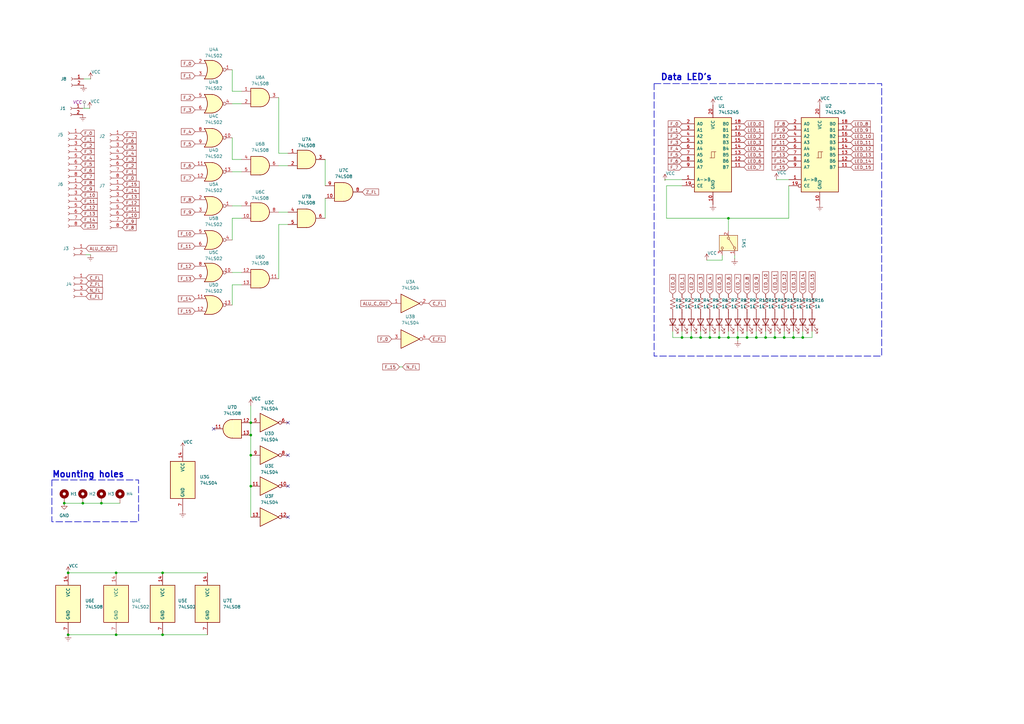
<source format=kicad_sch>
(kicad_sch (version 20231120) (generator "eeschema") (generator_version "8.0")
  (paper "A3")
  (junction (at 317.8175 138.43))
  (junction (at 329.2475 138.43))
  (junction (at 27.94 260.35))
  (junction (at 33.9725 206.375))
  (junction (at 314.0075 138.43))
  (junction (at 298.7675 89.535))
  (junction (at 310.1975 138.43))
  (junction (at 102.87 178.435))
  (junction (at 298.7675 138.43))
  (junction (at 306.3875 138.43))
  (junction (at 41.5925 206.375))
  (junction (at 302.5775 138.43))
  (junction (at 283.5275 138.43))
  (junction (at 102.87 199.39))
  (junction (at 47.625 234.95))
  (junction (at 47.625 260.35))
  (junction (at 321.6275 138.43))
  (junction (at 66.675 260.35))
  (junction (at 291.1475 138.43))
  (junction (at 287.3375 138.43))
  (junction (at 279.7175 138.43))
  (junction (at 66.675 234.95))
  (junction (at 325.4375 138.43))
  (junction (at 102.87 186.69))
  (junction (at 294.9575 138.43))
  (junction (at 27.94 234.95))
  (junction (at 102.87 173.355))
  (junction (at 26.3525 206.375))
  (no_connect (at 118.11 173.355))
  (no_connect (at 87.63 175.895))
  (no_connect (at 118.11 199.39))
  (no_connect (at 118.11 186.69))
  (no_connect (at 118.11 212.09))
  (wire (pts (xy 302.5775 139.7) (xy 302.5775 138.43)))
  (wire (pts (xy 310.1975 138.43) (xy 310.1975 135.89)))
  (wire (pts (xy 310.1975 138.43) (xy 314.0075 138.43)))
  (wire (pts (xy 114.3 92.075) (xy 114.3 114.3)))
  (wire (pts (xy 296.2275 104.775) (xy 296.2275 106.68)))
  (wire (pts (xy 99.06 116.84) (xy 95.25 116.84)))
  (wire (pts (xy 283.5275 138.43) (xy 283.5275 135.89)))
  (wire (pts (xy 279.7175 138.43) (xy 283.5275 138.43)))
  (wire (pts (xy 118.11 92.075) (xy 114.3 92.075)))
  (wire (pts (xy 329.2475 138.43) (xy 329.2475 135.89)))
  (wire (pts (xy 294.9575 138.43) (xy 298.7675 138.43)))
  (wire (pts (xy 275.9075 138.43) (xy 275.9075 135.89)))
  (wire (pts (xy 321.6275 138.43) (xy 325.4375 138.43)))
  (wire (pts (xy 102.87 173.355) (xy 102.87 178.435)))
  (wire (pts (xy 95.25 65.405) (xy 95.25 56.515)))
  (wire (pts (xy 291.1475 138.43) (xy 291.1475 135.89)))
  (wire (pts (xy 95.25 37.465) (xy 95.25 28.575)))
  (wire (pts (xy 306.3875 138.43) (xy 310.1975 138.43)))
  (wire (pts (xy 95.25 42.545) (xy 99.06 42.545)))
  (wire (pts (xy 66.675 234.95) (xy 85.09 234.95)))
  (wire (pts (xy 27.94 234.95) (xy 47.625 234.95)))
  (wire (pts (xy 118.11 67.945) (xy 114.3 67.945)))
  (wire (pts (xy 298.7675 138.43) (xy 302.5775 138.43)))
  (wire (pts (xy 95.25 116.84) (xy 95.25 125.095)))
  (wire (pts (xy 41.5925 206.375) (xy 49.2125 206.375)))
  (wire (pts (xy 287.3375 138.43) (xy 287.3375 135.89)))
  (wire (pts (xy 272.7325 73.66) (xy 279.7175 73.66)))
  (wire (pts (xy 333.0575 138.43) (xy 333.0575 135.89)))
  (wire (pts (xy 329.2475 138.43) (xy 333.0575 138.43)))
  (wire (pts (xy 306.3875 138.43) (xy 306.3875 135.89)))
  (wire (pts (xy 291.1475 138.43) (xy 294.9575 138.43)))
  (wire (pts (xy 47.625 260.35) (xy 66.675 260.35)))
  (wire (pts (xy 95.25 89.535) (xy 95.25 98.425)))
  (wire (pts (xy 314.0075 138.43) (xy 317.8175 138.43)))
  (wire (pts (xy 99.06 89.535) (xy 95.25 89.535)))
  (wire (pts (xy 27.94 260.35) (xy 47.625 260.35)))
  (wire (pts (xy 133.35 81.28) (xy 133.35 89.535)))
  (wire (pts (xy 95.25 70.485) (xy 99.06 70.485)))
  (wire (pts (xy 298.7675 89.535) (xy 298.7675 94.615)))
  (wire (pts (xy 26.3525 206.375) (xy 33.9725 206.375)))
  (wire (pts (xy 37.1475 32.385) (xy 34.29 32.385)))
  (wire (pts (xy 287.3375 138.43) (xy 291.1475 138.43)))
  (wire (pts (xy 321.6275 138.43) (xy 321.6275 135.89)))
  (wire (pts (xy 95.25 84.455) (xy 99.06 84.455)))
  (wire (pts (xy 273.3675 89.535) (xy 273.3675 76.2)))
  (wire (pts (xy 323.5325 76.2) (xy 323.5325 89.535)))
  (wire (pts (xy 118.11 86.995) (xy 114.3 86.995)))
  (wire (pts (xy 298.7675 89.535) (xy 273.3675 89.535)))
  (wire (pts (xy 289.8775 106.68) (xy 296.2275 106.68)))
  (wire (pts (xy 301.3075 106.045) (xy 301.3075 104.775)))
  (wire (pts (xy 33.9725 206.375) (xy 41.5925 206.375)))
  (wire (pts (xy 317.8175 138.43) (xy 317.8175 135.89)))
  (wire (pts (xy 118.11 62.865) (xy 114.3 62.865)))
  (wire (pts (xy 102.87 178.435) (xy 102.87 186.69)))
  (wire (pts (xy 314.0075 138.43) (xy 314.0075 135.89)))
  (wire (pts (xy 317.8175 138.43) (xy 321.6275 138.43)))
  (wire (pts (xy 294.9575 138.43) (xy 294.9575 135.89)))
  (wire (pts (xy 318.4525 73.66) (xy 323.5325 73.66)))
  (wire (pts (xy 47.625 234.95) (xy 66.675 234.95)))
  (wire (pts (xy 102.87 166.37) (xy 102.87 173.355)))
  (wire (pts (xy 99.06 37.465) (xy 95.25 37.465)))
  (wire (pts (xy 325.4375 138.43) (xy 329.2475 138.43)))
  (wire (pts (xy 35.2425 104.4575) (xy 37.1475 104.4575)))
  (wire (pts (xy 302.5775 138.43) (xy 302.5775 135.89)))
  (wire (pts (xy 102.87 186.69) (xy 102.87 199.39)))
  (wire (pts (xy 273.3675 76.2) (xy 279.7175 76.2)))
  (wire (pts (xy 323.5325 89.535) (xy 298.7675 89.535)))
  (wire (pts (xy 325.4375 138.43) (xy 325.4375 135.89)))
  (wire (pts (xy 102.87 199.39) (xy 102.87 212.09)))
  (wire (pts (xy 298.7675 138.43) (xy 298.7675 135.89)))
  (wire (pts (xy 133.35 65.405) (xy 133.35 76.2)))
  (wire (pts (xy 114.3 62.865) (xy 114.3 40.005)))
  (wire (pts (xy 275.9075 138.43) (xy 279.7175 138.43)))
  (wire (pts (xy 272.7325 73.9775) (xy 272.7325 73.66)))
  (wire (pts (xy 283.5275 138.43) (xy 287.3375 138.43)))
  (wire (pts (xy 95.25 111.76) (xy 99.06 111.76)))
  (wire (pts (xy 165.1 150.495) (xy 163.83 150.495)))
  (wire (pts (xy 279.7175 138.43) (xy 279.7175 135.89)))
  (wire (pts (xy 36.83 44.45) (xy 33.9725 44.45)))
  (wire (pts (xy 302.5775 138.43) (xy 306.3875 138.43)))
  (wire (pts (xy 66.675 260.35) (xy 85.09 260.35)))
  (wire (pts (xy 99.06 65.405) (xy 95.25 65.405)))
  (rectangle (start 268.2875 34.29) (end 361.6325 146.05) (stroke (width 0.254) (type dash)))
  (rectangle (start 21.2725 196.85) (end 56.8325 213.995) (stroke (width 0.254) (type dash)))
  (text "Data LED's\n" (at 270.8275 31.75 0) (effects (font (size 2.54 2.54) (thickness 0.508) (bold yes)) (justify left)))
  (text "Mounting holes" (at 21.2725 194.691 0) (effects (font (size 2.54 2.54) (thickness 0.508) (bold yes)) (justify left)))
  (global_label "F_5" (shape input) (at 279.7175 63.5 180) (property "Intersheetrefs" "${INTERSHEET_REFS}" (effects (hide yes))))
  (global_label "LED_3" (shape input) (at 305.1175 58.42 0) (property "Intersheetrefs" "${INTERSHEET_REFS}" (effects (hide yes))))
  (global_label "LED_14" (shape input) (at 348.9325 66.04 0) (property "Intersheetrefs" "${INTERSHEET_REFS}" (effects (hide yes))))
  (global_label "F_6" (shape input) (at 50.165 57.785 0) (property "Intersheetrefs" "${INTERSHEET_REFS}" (effects (hide yes))))
  (global_label "F_4" (shape input) (at 50.165 62.865 0) (property "Intersheetrefs" "${INTERSHEET_REFS}" (effects (hide yes))))
  (global_label "LED_0" (shape input) (at 305.1175 50.8 0) (property "Intersheetrefs" "${INTERSHEET_REFS}" (effects (hide yes))))
  (global_label "F_3" (shape input) (at 50.165 65.405 0) (property "Intersheetrefs" "${INTERSHEET_REFS}" (effects (hide yes))))
  (global_label "F_2" (shape input) (at 80.01 40.005 180) (property "Intersheetrefs" "${INTERSHEET_REFS}" (effects (hide yes))))
  (global_label "F_7" (shape input) (at 33.02 72.39 0) (property "Intersheetrefs" "${INTERSHEET_REFS}" (effects (hide yes))))
  (global_label "F_10" (shape input) (at 33.02 80.01 0) (property "Intersheetrefs" "${INTERSHEET_REFS}" (effects (hide yes))))
  (global_label "F_8" (shape input) (at 80.01 81.915 180) (property "Intersheetrefs" "${INTERSHEET_REFS}" (effects (hide yes))))
  (global_label "F_4" (shape input) (at 80.01 53.975 180) (property "Intersheetrefs" "${INTERSHEET_REFS}" (effects (hide yes))))
  (global_label "F_0" (shape input) (at 279.7175 50.8 180) (property "Intersheetrefs" "${INTERSHEET_REFS}" (effects (hide yes))))
  (global_label "F_15" (shape input) (at 163.83 150.495 180) (property "Intersheetrefs" "${INTERSHEET_REFS}" (effects (hide yes))))
  (global_label "F_14" (shape input) (at 33.02 90.17 0) (property "Intersheetrefs" "${INTERSHEET_REFS}" (effects (hide yes))))
  (global_label "F_1" (shape input) (at 33.02 57.15 0) (property "Intersheetrefs" "${INTERSHEET_REFS}" (effects (hide yes))))
  (global_label "LED_8" (shape input) (at 348.9325 50.8 0) (property "Intersheetrefs" "${INTERSHEET_REFS}" (effects (hide yes))))
  (global_label "LED_15" (shape input) (at 333.0575 120.65 90) (property "Intersheetrefs" "${INTERSHEET_REFS}" (effects (hide yes))))
  (global_label "LED_6" (shape input) (at 305.1175 66.04 0) (property "Intersheetrefs" "${INTERSHEET_REFS}" (effects (hide yes))))
  (global_label "F_8" (shape input) (at 323.5325 50.8 180) (property "Intersheetrefs" "${INTERSHEET_REFS}" (effects (hide yes))))
  (global_label "F_0" (shape input) (at 50.165 73.025 0) (property "Intersheetrefs" "${INTERSHEET_REFS}" (effects (hide yes))))
  (global_label "LED_5" (shape input) (at 294.9575 120.65 90) (property "Intersheetrefs" "${INTERSHEET_REFS}" (effects (hide yes))))
  (global_label "LED_5" (shape input) (at 305.1175 63.5 0) (property "Intersheetrefs" "${INTERSHEET_REFS}" (effects (hide yes))))
  (global_label "F_6" (shape input) (at 33.02 69.85 0) (property "Intersheetrefs" "${INTERSHEET_REFS}" (effects (hide yes))))
  (global_label "F_11" (shape input) (at 80.01 100.965 180) (property "Intersheetrefs" "${INTERSHEET_REFS}" (effects (hide yes))))
  (global_label "F_4" (shape input) (at 33.02 64.77 0) (property "Intersheetrefs" "${INTERSHEET_REFS}" (effects (hide yes))))
  (global_label "F_14" (shape input) (at 323.5325 66.04 180) (property "Intersheetrefs" "${INTERSHEET_REFS}" (effects (hide yes))))
  (global_label "LED_10" (shape input) (at 348.9325 55.88 0) (property "Intersheetrefs" "${INTERSHEET_REFS}" (effects (hide yes))))
  (global_label "Z_FL" (shape input) (at 148.59 78.74 0) (property "Intersheetrefs" "${INTERSHEET_REFS}" (effects (hide yes))))
  (global_label "Z_FL" (shape input) (at 35.2425 116.5225 0) (property "Intersheetrefs" "${INTERSHEET_REFS}" (effects (hide yes))))
  (global_label "F_10" (shape input) (at 323.5325 55.88 180) (property "Intersheetrefs" "${INTERSHEET_REFS}" (effects (hide yes))))
  (global_label "LED_11" (shape input) (at 317.8175 120.65 90) (property "Intersheetrefs" "${INTERSHEET_REFS}" (effects (hide yes))))
  (global_label "E_FL" (shape input) (at 175.895 139.065 0) (property "Intersheetrefs" "${INTERSHEET_REFS}" (effects (hide yes))))
  (global_label "LED_2" (shape input) (at 283.5275 120.65 90) (property "Intersheetrefs" "${INTERSHEET_REFS}" (effects (hide yes))))
  (global_label "LED_7" (shape input) (at 305.1175 68.58 0) (property "Intersheetrefs" "${INTERSHEET_REFS}" (effects (hide yes))))
  (global_label "F_13" (shape input) (at 33.02 87.63 0) (property "Intersheetrefs" "${INTERSHEET_REFS}" (effects (hide yes))))
  (global_label "LED_0" (shape input) (at 275.9075 120.65 90) (property "Intersheetrefs" "${INTERSHEET_REFS}" (effects (hide yes))))
  (global_label "F_1" (shape input) (at 50.165 70.485 0) (property "Intersheetrefs" "${INTERSHEET_REFS}" (effects (hide yes))))
  (global_label "F_7" (shape input) (at 80.01 73.025 180) (property "Intersheetrefs" "${INTERSHEET_REFS}" (effects (hide yes))))
  (global_label "F_9" (shape input) (at 323.5325 53.34 180) (property "Intersheetrefs" "${INTERSHEET_REFS}" (effects (hide yes))))
  (global_label "F_12" (shape input) (at 50.165 83.185 0) (property "Intersheetrefs" "${INTERSHEET_REFS}" (effects (hide yes))))
  (global_label "LED_13" (shape input) (at 348.9325 63.5 0) (property "Intersheetrefs" "${INTERSHEET_REFS}" (effects (hide yes))))
  (global_label "C_FL" (shape input) (at 35.2425 113.9825 0) (property "Intersheetrefs" "${INTERSHEET_REFS}" (effects (hide yes))))
  (global_label "F_13" (shape input) (at 323.5325 63.5 180) (property "Intersheetrefs" "${INTERSHEET_REFS}" (effects (hide yes))))
  (global_label "F_1" (shape input) (at 279.7175 53.34 180) (property "Intersheetrefs" "${INTERSHEET_REFS}" (effects (hide yes))))
  (global_label "LED_11" (shape input) (at 348.9325 58.42 0) (property "Intersheetrefs" "${INTERSHEET_REFS}" (effects (hide yes))))
  (global_label "F_15" (shape input) (at 323.5325 68.58 180) (property "Intersheetrefs" "${INTERSHEET_REFS}" (effects (hide yes))))
  (global_label "F_0" (shape input) (at 80.01 26.035 180) (property "Intersheetrefs" "${INTERSHEET_REFS}" (effects (hide yes))))
  (global_label "F_7" (shape input) (at 50.165 55.245 0) (property "Intersheetrefs" "${INTERSHEET_REFS}" (effects (hide yes))))
  (global_label "LED_2" (shape input) (at 305.1175 55.88 0) (property "Intersheetrefs" "${INTERSHEET_REFS}" (effects (hide yes))))
  (global_label "F_15" (shape input) (at 80.01 127.635 180) (property "Intersheetrefs" "${INTERSHEET_REFS}" (effects (hide yes))))
  (global_label "F_9" (shape input) (at 50.165 90.805 0) (property "Intersheetrefs" "${INTERSHEET_REFS}" (effects (hide yes))))
  (global_label "F_5" (shape input) (at 33.02 67.31 0) (property "Intersheetrefs" "${INTERSHEET_REFS}" (effects (hide yes))))
  (global_label "F_13" (shape input) (at 50.165 80.645 0) (property "Intersheetrefs" "${INTERSHEET_REFS}" (effects (hide yes))))
  (global_label "N_FL" (shape input) (at 35.2425 119.0625 0) (property "Intersheetrefs" "${INTERSHEET_REFS}" (effects (hide yes))))
  (global_label "LED_1" (shape input) (at 305.1175 53.34 0) (property "Intersheetrefs" "${INTERSHEET_REFS}" (effects (hide yes))))
  (global_label "F_15" (shape input) (at 33.02 92.71 0) (property "Intersheetrefs" "${INTERSHEET_REFS}" (effects (hide yes))))
  (global_label "F_6" (shape input) (at 80.01 67.945 180) (property "Intersheetrefs" "${INTERSHEET_REFS}" (effects (hide yes))))
  (global_label "F_3" (shape input) (at 33.02 62.23 0) (property "Intersheetrefs" "${INTERSHEET_REFS}" (effects (hide yes))))
  (global_label "ALU_C_OUT" (shape input) (at 160.655 124.46 180) (property "Intersheetrefs" "${INTERSHEET_REFS}" (effects (hide yes))))
  (global_label "F_14" (shape input) (at 50.165 78.105 0) (property "Intersheetrefs" "${INTERSHEET_REFS}" (effects (hide yes))))
  (global_label "F_9" (shape input) (at 80.01 86.995 180) (property "Intersheetrefs" "${INTERSHEET_REFS}" (effects (hide yes))))
  (global_label "LED_6" (shape input) (at 298.7675 120.65 90) (property "Intersheetrefs" "${INTERSHEET_REFS}" (effects (hide yes))))
  (global_label "F_6" (shape input) (at 279.7175 66.04 180) (property "Intersheetrefs" "${INTERSHEET_REFS}" (effects (hide yes))))
  (global_label "F_0" (shape input) (at 160.655 139.065 180) (property "Intersheetrefs" "${INTERSHEET_REFS}" (effects (hide yes))))
  (global_label "LED_12" (shape input) (at 321.6275 120.65 90) (property "Intersheetrefs" "${INTERSHEET_REFS}" (effects (hide yes))))
  (global_label "F_11" (shape input) (at 323.5325 58.42 180) (property "Intersheetrefs" "${INTERSHEET_REFS}" (effects (hide yes))))
  (global_label "LED_9" (shape input) (at 348.9325 53.34 0) (property "Intersheetrefs" "${INTERSHEET_REFS}" (effects (hide yes))))
  (global_label "LED_7" (shape input) (at 302.5775 120.65 90) (property "Intersheetrefs" "${INTERSHEET_REFS}" (effects (hide yes))))
  (global_label "F_13" (shape input) (at 80.01 114.3 180) (property "Intersheetrefs" "${INTERSHEET_REFS}" (effects (hide yes))))
  (global_label "F_10" (shape input) (at 80.01 95.885 180) (property "Intersheetrefs" "${INTERSHEET_REFS}" (effects (hide yes))))
  (global_label "F_3" (shape input) (at 80.01 45.085 180) (property "Intersheetrefs" "${INTERSHEET_REFS}" (effects (hide yes))))
  (global_label "F_5" (shape input) (at 80.01 59.055 180) (property "Intersheetrefs" "${INTERSHEET_REFS}" (effects (hide yes))))
  (global_label "E_FL" (shape input) (at 35.2425 121.6025 0) (property "Intersheetrefs" "${INTERSHEET_REFS}" (effects (hide yes))))
  (global_label "F_11" (shape input) (at 50.165 85.725 0) (property "Intersheetrefs" "${INTERSHEET_REFS}" (effects (hide yes))))
  (global_label "F_12" (shape input) (at 80.01 109.22 180) (property "Intersheetrefs" "${INTERSHEET_REFS}" (effects (hide yes))))
  (global_label "F_8" (shape input) (at 50.165 93.345 0) (property "Intersheetrefs" "${INTERSHEET_REFS}" (effects (hide yes))))
  (global_label "F_3" (shape input) (at 279.7175 58.42 180) (property "Intersheetrefs" "${INTERSHEET_REFS}" (effects (hide yes))))
  (global_label "LED_9" (shape input) (at 310.1975 120.65 90) (property "Intersheetrefs" "${INTERSHEET_REFS}" (effects (hide yes))))
  (global_label "F_0" (shape input) (at 33.02 54.61 0) (property "Intersheetrefs" "${INTERSHEET_REFS}" (effects (hide yes))))
  (global_label "C_FL" (shape input) (at 175.895 124.46 0) (property "Intersheetrefs" "${INTERSHEET_REFS}" (effects (hide yes))))
  (global_label "F_1" (shape input) (at 80.01 31.115 180) (property "Intersheetrefs" "${INTERSHEET_REFS}" (effects (hide yes))))
  (global_label "F_4" (shape input) (at 279.7175 60.96 180) (property "Intersheetrefs" "${INTERSHEET_REFS}" (effects (hide yes))))
  (global_label "LED_3" (shape input) (at 287.3375 120.65 90) (property "Intersheetrefs" "${INTERSHEET_REFS}" (effects (hide yes))))
  (global_label "F_10" (shape input) (at 50.165 88.265 0) (property "Intersheetrefs" "${INTERSHEET_REFS}" (effects (hide yes))))
  (global_label "LED_13" (shape input) (at 325.4375 120.65 90) (property "Intersheetrefs" "${INTERSHEET_REFS}" (effects (hide yes))))
  (global_label "LED_1" (shape input) (at 279.7175 120.65 90) (property "Intersheetrefs" "${INTERSHEET_REFS}" (effects (hide yes))))
  (global_label "F_9" (shape input) (at 33.02 77.47 0) (property "Intersheetrefs" "${INTERSHEET_REFS}" (effects (hide yes))))
  (global_label "LED_4" (shape input) (at 305.1175 60.96 0) (property "Intersheetrefs" "${INTERSHEET_REFS}" (effects (hide yes))))
  (global_label "LED_12" (shape input) (at 348.9325 60.96 0) (property "Intersheetrefs" "${INTERSHEET_REFS}" (effects (hide yes))))
  (global_label "F_7" (shape input) (at 279.7175 68.58 180) (property "Intersheetrefs" "${INTERSHEET_REFS}" (effects (hide yes))))
  (global_label "ALU_C_OUT" (shape input) (at 35.2425 101.9175 0) (property "Intersheetrefs" "${INTERSHEET_REFS}" (effects (hide yes))))
  (global_label "F_2" (shape input) (at 33.02 59.69 0) (property "Intersheetrefs" "${INTERSHEET_REFS}" (effects (hide yes))))
  (global_label "F_14" (shape input) (at 80.01 122.555 180) (property "Intersheetrefs" "${INTERSHEET_REFS}" (effects (hide yes))))
  (global_label "F_8" (shape input) (at 33.02 74.93 0) (property "Intersheetrefs" "${INTERSHEET_REFS}" (effects (hide yes))))
  (global_label "LED_15" (shape input) (at 348.9325 68.58 0) (property "Intersheetrefs" "${INTERSHEET_REFS}" (effects (hide yes))))
  (global_label "LED_10" (shape input) (at 314.0075 120.65 90) (property "Intersheetrefs" "${INTERSHEET_REFS}" (effects (hide yes))))
  (global_label "F_12" (shape input) (at 33.02 85.09 0) (property "Intersheetrefs" "${INTERSHEET_REFS}" (effects (hide yes))))
  (global_label "F_11" (shape input) (at 33.02 82.55 0) (property "Intersheetrefs" "${INTERSHEET_REFS}" (effects (hide yes))))
  (global_label "LED_8" (shape input) (at 306.3875 120.65 90) (property "Intersheetrefs" "${INTERSHEET_REFS}" (effects (hide yes))))
  (global_label "F_2" (shape input) (at 279.7175 55.88 180) (property "Intersheetrefs" "${INTERSHEET_REFS}" (effects (hide yes))))
  (global_label "F_5" (shape input) (at 50.165 60.325 0) (property "Intersheetrefs" "${INTERSHEET_REFS}" (effects (hide yes))))
  (global_label "F_12" (shape input) (at 323.5325 60.96 180) (property "Intersheetrefs" "${INTERSHEET_REFS}" (effects (hide yes))))
  (global_label "LED_14" (shape input) (at 329.2475 120.65 90) (property "Intersheetrefs" "${INTERSHEET_REFS}" (effects (hide yes))))
  (global_label "LED_4" (shape input) (at 291.1475 120.65 90) (property "Intersheetrefs" "${INTERSHEET_REFS}" (effects (hide yes))))
  (global_label "F_2" (shape input) (at 50.165 67.945 0) (property "Intersheetrefs" "${INTERSHEET_REFS}" (effects (hide yes))))
  (global_label "F_15" (shape input) (at 50.165 75.565 0) (property "Intersheetrefs" "${INTERSHEET_REFS}" (effects (hide yes))))
  (global_label "N_FL" (shape input) (at 165.1 150.495 0) (property "Intersheetrefs" "${INTERSHEET_REFS}" (effects (hide yes))))
  (netclass_flag "" (length 2.54) (shape round) (at 34.6075 44.45 0) (property "Netclass" "VCC" (at 29.845 41.91 0) (effects (font (italic yes)) (justify left))))
  (symbol (lib_id "Device:LED") (at 325.4375 132.08 90) (unit 1)
    (property "Reference" "D14" (effects (hide yes)))
    (property "Value" "LED" (effects (hide yes)))
    (property "Footprint" "LED_THT:LED_Rectangular_W3.0mm_H2.0mm" (effects (hide yes)))
    (property "Description" "Light emitting diode" (effects (hide yes)))
  )
  (symbol (lib_id "Device:LED") (at 321.6275 132.08 90) (unit 1)
    (property "Reference" "D13" (effects (hide yes)))
    (property "Value" "LED" (effects (hide yes)))
    (property "Footprint" "LED_THT:LED_Rectangular_W3.0mm_H2.0mm" (effects (hide yes)))
    (property "Description" "Light emitting diode" (effects (hide yes)))
  )
  (symbol (lib_id "Connector:Conn_01x08_Socket") (at 27.94 62.23 0) (mirror y) (unit 1)
    (property "Reference" "J5" (at 24.765 55.245 0))
    (property "Value" "Conn_01x08_Socket" (effects (hide yes)))
    (property "Footprint" "elad_jst:jst_xh_s8b_smd" (effects (hide yes)))
    (property "Description" "Generic connector, single row, 01x08, script generated" (effects (hide yes)))
  )
  (symbol (lib_id "74xx:74LS02") (at 87.63 125.095 0) (unit 4)
    (property "Reference" "U5" (at 87.63 116.84 0))
    (property "Value" "74LS02" (at 87.63 119.38 0))
    (property "Footprint" "Package_DIP:DIP-14_W7.62mm_Socket_LongPads" (effects (hide yes)))
    (property "Datasheet" "http://www.ti.com/lit/gpn/sn74ls02" (effects (hide yes)))
    (property "Description" "quad 2-input NOR gate" (effects (hide yes)))
  )
  (symbol (lib_id "power:Earth") (at 336.2325 83.82 0) (unit 1)
    (property "Reference" "#PWR014" (effects (hide yes)))
    (property "Value" "GND" (effects (hide yes)))
    (property "Description" "Power symbol creates a global label with name \"Earth\"" (effects (hide yes)))
  )
  (symbol (lib_id "74xx:74LS02") (at 87.63 111.76 0) (unit 3)
    (property "Reference" "U5" (at 87.63 103.505 0))
    (property "Value" "74LS02" (at 87.63 106.045 0))
    (property "Footprint" "Package_DIP:DIP-14_W7.62mm_Socket_LongPads" (effects (hide yes)))
    (property "Datasheet" "http://www.ti.com/lit/gpn/sn74ls02" (effects (hide yes)))
    (property "Description" "quad 2-input NOR gate" (effects (hide yes)))
  )
  (symbol (lib_id "Connector:Conn_01x08_Socket") (at 45.085 83.185 0) (mirror y) (unit 1)
    (property "Reference" "J7" (at 41.91 76.2 0))
    (property "Value" "Conn_01x08_Socket" (effects (hide yes)))
    (property "Footprint" "elad_jst:jst_xh_s8b_smd" (effects (hide yes)))
    (property "Description" "Generic connector, single row, 01x08, script generated" (effects (hide yes)))
  )
  (symbol (lib_id "Device:LED") (at 298.7675 132.08 90) (unit 1)
    (property "Reference" "D7" (effects (hide yes)))
    (property "Value" "LED" (effects (hide yes)))
    (property "Footprint" "LED_THT:LED_Rectangular_W3.0mm_H2.0mm" (effects (hide yes)))
    (property "Description" "Light emitting diode" (effects (hide yes)))
  )
  (symbol (lib_id "Device:R_US") (at 329.2475 124.46 0) (unit 1)
    (property "Reference" "R15" (at 330.2635 123.19 0) (effects (justify left)))
    (property "Value" "1k" (at 330.2635 125.73 0) (effects (justify left)))
    (property "Footprint" "Resistor_SMD:R_1206_3216Metric_Pad1.30x1.75mm_HandSolder" (effects (hide yes)))
    (property "Description" "Resistor, US symbol" (effects (hide yes)))
  )
  (symbol (lib_id "Device:LED") (at 279.7175 132.08 90) (unit 1)
    (property "Reference" "D2" (effects (hide yes)))
    (property "Value" "LED" (effects (hide yes)))
    (property "Footprint" "LED_THT:LED_Rectangular_W3.0mm_H2.0mm" (effects (hide yes)))
    (property "Description" "Light emitting diode" (effects (hide yes)))
  )
  (symbol (lib_id "power:VCC") (at 74.93 184.15 0) (unit 1)
    (property "Reference" "#PWR07" (effects (hide yes)))
    (property "Value" "VCC" (at 77.1525 181.2925 0))
    (property "Description" "Power symbol creates a global label with name \"VCC\"" (effects (hide yes)))
  )
  (symbol (lib_id "Connector:Conn_01x08_Socket") (at 45.085 62.865 0) (mirror y) (unit 1)
    (property "Reference" "J2" (at 41.91 55.88 0))
    (property "Value" "Conn_01x08_Socket" (effects (hide yes)))
    (property "Footprint" "elad_jst:jst_xh_s8b_smd" (effects (hide yes)))
    (property "Description" "Generic connector, single row, 01x08, script generated" (effects (hide yes)))
  )
  (symbol (lib_id "Device:R_US") (at 287.3375 124.46 0) (unit 1)
    (property "Reference" "R4" (at 288.3535 123.19 0) (effects (justify left)))
    (property "Value" "1k" (at 288.3535 125.73 0) (effects (justify left)))
    (property "Footprint" "Resistor_SMD:R_1206_3216Metric_Pad1.30x1.75mm_HandSolder" (effects (hide yes)))
    (property "Description" "Resistor, US symbol" (effects (hide yes)))
  )
  (symbol (lib_id "Device:LED") (at 333.0575 132.08 90) (unit 1)
    (property "Reference" "D16" (effects (hide yes)))
    (property "Value" "LED" (effects (hide yes)))
    (property "Footprint" "LED_THT:LED_Rectangular_W3.0mm_H2.0mm" (effects (hide yes)))
    (property "Description" "Light emitting diode" (effects (hide yes)))
  )
  (symbol (lib_id "power:VCC") (at 336.2325 43.18 0) (unit 1)
    (property "Reference" "#PWR010" (effects (hide yes)))
    (property "Value" "VCC" (at 338.455 40.3225 0))
    (property "Description" "Power symbol creates a global label with name \"VCC\"" (effects (hide yes)))
  )
  (symbol (lib_id "Device:LED") (at 310.1975 132.08 90) (unit 1)
    (property "Reference" "D10" (effects (hide yes)))
    (property "Value" "LED" (effects (hide yes)))
    (property "Footprint" "LED_THT:LED_Rectangular_W3.0mm_H2.0mm" (effects (hide yes)))
    (property "Description" "Light emitting diode" (effects (hide yes)))
  )
  (symbol (lib_id "Connector:Conn_01x02_Socket") (at 28.8925 44.45 0) (mirror y) (unit 1)
    (property "Reference" "J1" (at 26.9875 44.4499 0) (effects (justify left)))
    (property "Value" "Conn_01x02_Socket" (effects (hide yes)))
    (property "Footprint" "Connector_JST:JST_XH_S2B-XH-A-1_1x02_P2.50mm_Horizontal" (effects (hide yes)))
    (property "Description" "Generic connector, single row, 01x02, script generated" (effects (hide yes)))
  )
  (symbol (lib_id "Device:R_US") (at 325.4375 124.46 0) (unit 1)
    (property "Reference" "R14" (at 326.4535 123.19 0) (effects (justify left)))
    (property "Value" "1k" (at 326.4535 125.73 0) (effects (justify left)))
    (property "Footprint" "Resistor_SMD:R_1206_3216Metric_Pad1.30x1.75mm_HandSolder" (effects (hide yes)))
    (property "Description" "Resistor, US symbol" (effects (hide yes)))
  )
  (symbol (lib_id "74xx:74LS08") (at 95.25 175.895 0) (mirror y) (unit 4)
    (property "Reference" "U7" (at 95.2583 167.005 0))
    (property "Value" "74LS08" (at 95.2583 169.545 0))
    (property "Footprint" "Package_DIP:DIP-14_W7.62mm_Socket_LongPads" (effects (hide yes)))
    (property "Datasheet" "http://www.ti.com/lit/gpn/sn74LS08" (effects (hide yes)))
    (property "Description" "Quad And2" (effects (hide yes)))
  )
  (symbol (lib_id "Device:LED") (at 287.3375 132.08 90) (unit 1)
    (property "Reference" "D4" (effects (hide yes)))
    (property "Value" "LED" (effects (hide yes)))
    (property "Footprint" "LED_THT:LED_Rectangular_W3.0mm_H2.0mm" (effects (hide yes)))
    (property "Description" "Light emitting diode" (effects (hide yes)))
  )
  (symbol (lib_id "power:VCC") (at 27.94 234.95 0) (unit 1)
    (property "Reference" "#PWR017" (effects (hide yes)))
    (property "Value" "VCC" (at 30.1625 232.0925 0))
    (property "Description" "Power symbol creates a global label with name \"VCC\"" (effects (hide yes)))
  )
  (symbol (lib_id "power:VCC") (at 292.4175 43.18 0) (unit 1)
    (property "Reference" "#PWR09" (effects (hide yes)))
    (property "Value" "VCC" (at 294.64 40.3225 0))
    (property "Description" "Power symbol creates a global label with name \"VCC\"" (effects (hide yes)))
  )
  (symbol (lib_id "74xx:74LS04") (at 110.49 186.69 0) (unit 4)
    (property "Reference" "U3" (at 110.49 177.8 0))
    (property "Value" "74LS04" (at 110.49 180.34 0))
    (property "Footprint" "Package_DIP:DIP-14_W7.62mm_Socket_LongPads" (effects (hide yes)))
    (property "Datasheet" "http://www.ti.com/lit/gpn/sn74LS04" (effects (hide yes)))
    (property "Description" "Hex Inverter" (effects (hide yes)))
  )
  (symbol (lib_id "Mechanical:MountingHole_Pad") (at 26.3525 203.835 0) (unit 1) (exclude_from_sim yes) (in_bom no)
    (property "Reference" "H1" (at 28.8925 202.5649 0) (effects (justify left)))
    (property "Value" "MountingHole_Pad" (effects (hide yes)))
    (property "Footprint" "MountingHole:MountingHole_2.2mm_M2_DIN965_Pad" (effects (hide yes)))
    (property "Description" "Mounting Hole with connection" (effects (hide yes)))
  )
  (symbol (lib_id "Device:R_US") (at 306.3875 124.46 0) (unit 1)
    (property "Reference" "R9" (at 307.4035 123.19 0) (effects (justify left)))
    (property "Value" "1k" (at 307.4035 125.73 0) (effects (justify left)))
    (property "Footprint" "Resistor_SMD:R_1206_3216Metric_Pad1.30x1.75mm_HandSolder" (effects (hide yes)))
    (property "Description" "Resistor, US symbol" (effects (hide yes)))
  )
  (symbol (lib_id "74xx:74LS245") (at 292.4175 63.5 0) (unit 1)
    (property "Reference" "U1" (at 294.6116 43.4975 0) (effects (justify left)))
    (property "Value" "74LS245" (at 294.6116 46.0375 0) (effects (justify left)))
    (property "Footprint" "Package_DIP:DIP-20_W7.62mm_Socket_LongPads" (effects (hide yes)))
    (property "Datasheet" "http://www.ti.com/lit/gpn/sn74LS245" (effects (hide yes)))
    (property "Description" "Octal BUS Transceivers, 3-State outputs" (effects (hide yes)))
  )
  (symbol (lib_id "74xx:74LS02") (at 87.63 98.425 0) (unit 2)
    (property "Reference" "U5" (at 87.63 89.535 0))
    (property "Value" "74LS02" (at 87.63 92.075 0))
    (property "Footprint" "Package_DIP:DIP-14_W7.62mm_Socket_LongPads" (effects (hide yes)))
    (property "Datasheet" "http://www.ti.com/lit/gpn/sn74ls02" (effects (hide yes)))
    (property "Description" "quad 2-input NOR gate" (effects (hide yes)))
  )
  (symbol (lib_id "power:Earth") (at 301.3075 106.045 0) (unit 1)
    (property "Reference" "#PWR015" (effects (hide yes)))
    (property "Value" "GND" (effects (hide yes)))
    (property "Description" "Power symbol creates a global label with name \"Earth\"" (effects (hide yes)))
  )
  (symbol (lib_id "power:Earth") (at 292.4175 83.82 0) (unit 1)
    (property "Reference" "#PWR013" (effects (hide yes)))
    (property "Value" "GND" (effects (hide yes)))
    (property "Description" "Power symbol creates a global label with name \"Earth\"" (effects (hide yes)))
  )
  (symbol (lib_id "74xx:74LS04") (at 110.49 212.09 0) (unit 6)
    (property "Reference" "U3" (at 110.49 203.5175 0))
    (property "Value" "74LS04" (at 110.49 206.0575 0))
    (property "Footprint" "Package_DIP:DIP-14_W7.62mm_Socket_LongPads" (effects (hide yes)))
    (property "Datasheet" "http://www.ti.com/lit/gpn/sn74LS04" (effects (hide yes)))
    (property "Description" "Hex Inverter" (effects (hide yes)))
  )
  (symbol (lib_id "power:Earth") (at 74.93 209.55 0) (unit 1)
    (property "Reference" "#PWR06" (effects (hide yes)))
    (property "Value" "GND" (effects (hide yes)))
    (property "Description" "Power symbol creates a global label with name \"Earth\"" (effects (hide yes)))
  )
  (symbol (lib_id "74xx:74LS08") (at 125.73 89.535 0) (unit 2)
    (property "Reference" "U7" (at 125.7217 80.645 0))
    (property "Value" "74LS08" (at 125.7217 83.185 0))
    (property "Footprint" "Package_DIP:DIP-14_W7.62mm_Socket_LongPads" (effects (hide yes)))
    (property "Datasheet" "http://www.ti.com/lit/gpn/sn74LS08" (effects (hide yes)))
    (property "Description" "Quad And2" (effects (hide yes)))
  )
  (symbol (lib_id "power:VCC") (at 37.1475 32.385 0) (unit 1)
    (property "Reference" "#PWR012" (effects (hide yes)))
    (property "Value" "VCC" (at 39.37 29.5275 0))
    (property "Description" "Power symbol creates a global label with name \"VCC\"" (effects (hide yes)))
  )
  (symbol (lib_id "Device:R_US") (at 310.1975 124.46 0) (unit 1)
    (property "Reference" "R10" (at 311.2135 123.19 0) (effects (justify left)))
    (property "Value" "1k" (at 311.2135 125.73 0) (effects (justify left)))
    (property "Footprint" "Resistor_SMD:R_1206_3216Metric_Pad1.30x1.75mm_HandSolder" (effects (hide yes)))
    (property "Description" "Resistor, US symbol" (effects (hide yes)))
  )
  (symbol (lib_id "Device:R_US") (at 279.7175 124.46 0) (unit 1)
    (property "Reference" "R2" (at 280.7335 123.19 0) (effects (justify left)))
    (property "Value" "1k" (at 280.7335 125.73 0) (effects (justify left)))
    (property "Footprint" "Resistor_SMD:R_1206_3216Metric_Pad1.30x1.75mm_HandSolder" (effects (hide yes)))
    (property "Description" "Resistor, US symbol" (effects (hide yes)))
  )
  (symbol (lib_id "74xx:74LS04") (at 168.275 124.46 0) (unit 1)
    (property "Reference" "U3" (at 168.275 115.57 0))
    (property "Value" "74LS04" (at 168.275 118.11 0))
    (property "Footprint" "Package_DIP:DIP-14_W7.62mm_Socket_LongPads" (effects (hide yes)))
    (property "Datasheet" "http://www.ti.com/lit/gpn/sn74LS04" (effects (hide yes)))
    (property "Description" "Hex Inverter" (effects (hide yes)))
  )
  (symbol (lib_id "Device:LED") (at 314.0075 132.08 90) (unit 1)
    (property "Reference" "D11" (effects (hide yes)))
    (property "Value" "LED" (effects (hide yes)))
    (property "Footprint" "LED_THT:LED_Rectangular_W3.0mm_H2.0mm" (effects (hide yes)))
    (property "Description" "Light emitting diode" (effects (hide yes)))
  )
  (symbol (lib_id "power:VCC") (at 36.83 44.45 0) (unit 1)
    (property "Reference" "#PWR03" (effects (hide yes)))
    (property "Value" "VCC" (at 39.0525 41.5925 0))
    (property "Description" "Power symbol creates a global label with name \"VCC\"" (effects (hide yes)))
  )
  (symbol (lib_id "74xx:74LS04") (at 110.49 173.355 0) (unit 3)
    (property "Reference" "U3" (at 110.49 165.1 0))
    (property "Value" "74LS04" (at 110.49 167.64 0))
    (property "Footprint" "Package_DIP:DIP-14_W7.62mm_Socket_LongPads" (effects (hide yes)))
    (property "Datasheet" "http://www.ti.com/lit/gpn/sn74LS04" (effects (hide yes)))
    (property "Description" "Hex Inverter" (effects (hide yes)))
  )
  (symbol (lib_id "Device:R_US") (at 291.1475 124.46 0) (unit 1)
    (property "Reference" "R5" (at 292.1635 123.19 0) (effects (justify left)))
    (property "Value" "1k" (at 292.1635 125.73 0) (effects (justify left)))
    (property "Footprint" "Resistor_SMD:R_1206_3216Metric_Pad1.30x1.75mm_HandSolder" (effects (hide yes)))
    (property "Description" "Resistor, US symbol" (effects (hide yes)))
  )
  (symbol (lib_id "74xx:74LS08") (at 106.68 86.995 0) (unit 3)
    (property "Reference" "U6" (at 106.6717 78.74 0))
    (property "Value" "74LS08" (at 106.6717 81.28 0))
    (property "Footprint" "Package_DIP:DIP-14_W7.62mm_Socket_LongPads" (effects (hide yes)))
    (property "Datasheet" "http://www.ti.com/lit/gpn/sn74LS08" (effects (hide yes)))
    (property "Description" "Quad And2" (effects (hide yes)))
  )
  (symbol (lib_id "74xx:74LS08") (at 85.09 247.65 0) (unit 5)
    (property "Reference" "U7" (at 91.44 246.3799 0) (effects (justify left)))
    (property "Value" "74LS08" (at 91.44 248.9199 0) (effects (justify left)))
    (property "Footprint" "Package_DIP:DIP-14_W7.62mm_Socket_LongPads" (effects (hide yes)))
    (property "Datasheet" "http://www.ti.com/lit/gpn/sn74LS08" (effects (hide yes)))
    (property "Description" "Quad And2" (effects (hide yes)))
  )
  (symbol (lib_id "74xx:74LS08") (at 140.97 78.74 0) (unit 3)
    (property "Reference" "U7" (at 140.9617 69.85 0))
    (property "Value" "74LS08" (at 140.9617 72.39 0))
    (property "Footprint" "Package_DIP:DIP-14_W7.62mm_Socket_LongPads" (effects (hide yes)))
    (property "Datasheet" "http://www.ti.com/lit/gpn/sn74LS08" (effects (hide yes)))
    (property "Description" "Quad And2" (effects (hide yes)))
  )
  (symbol (lib_id "Device:R_US") (at 275.9075 124.46 0) (unit 1)
    (property "Reference" "R1" (at 276.9235 123.19 0) (effects (justify left)))
    (property "Value" "1k" (at 276.9235 125.73 0) (effects (justify left)))
    (property "Footprint" "Resistor_SMD:R_1206_3216Metric_Pad1.30x1.75mm_HandSolder" (effects (hide yes)))
    (property "Description" "Resistor, US symbol" (effects (hide yes)))
  )
  (symbol (lib_id "74xx:74LS02") (at 66.675 247.65 0) (unit 5)
    (property "Reference" "U5" (at 73.025 246.3799 0) (effects (justify left)))
    (property "Value" "74LS02" (at 73.025 248.9199 0) (effects (justify left)))
    (property "Footprint" "Package_DIP:DIP-14_W7.62mm_Socket_LongPads" (effects (hide yes)))
    (property "Datasheet" "http://www.ti.com/lit/gpn/sn74ls02" (effects (hide yes)))
    (property "Description" "quad 2-input NOR gate" (effects (hide yes)))
  )
  (symbol (lib_id "74xx:74LS02") (at 87.63 84.455 0) (unit 1)
    (property "Reference" "U5" (at 87.63 75.565 0))
    (property "Value" "74LS02" (at 87.63 78.105 0))
    (property "Footprint" "Package_DIP:DIP-14_W7.62mm_Socket_LongPads" (effects (hide yes)))
    (property "Datasheet" "http://www.ti.com/lit/gpn/sn74ls02" (effects (hide yes)))
    (property "Description" "quad 2-input NOR gate" (effects (hide yes)))
  )
  (symbol (lib_id "power:VCC") (at 272.7325 73.9775 0) (unit 1)
    (property "Reference" "#PWR016" (effects (hide yes)))
    (property "Value" "VCC" (at 274.955 71.12 0))
    (property "Description" "Power symbol creates a global label with name \"VCC\"" (effects (hide yes)))
  )
  (symbol (lib_id "Device:R_US") (at 317.8175 124.46 0) (unit 1)
    (property "Reference" "R12" (at 318.8335 123.19 0) (effects (justify left)))
    (property "Value" "1k" (at 318.8335 125.73 0) (effects (justify left)))
    (property "Footprint" "Resistor_SMD:R_1206_3216Metric_Pad1.30x1.75mm_HandSolder" (effects (hide yes)))
    (property "Description" "Resistor, US symbol" (effects (hide yes)))
  )
  (symbol (lib_id "74xx:74LS04") (at 110.49 199.39 0) (unit 5)
    (property "Reference" "U3" (at 110.49 191.135 0))
    (property "Value" "74LS04" (at 110.49 193.675 0))
    (property "Footprint" "Package_DIP:DIP-14_W7.62mm_Socket_LongPads" (effects (hide yes)))
    (property "Datasheet" "http://www.ti.com/lit/gpn/sn74LS04" (effects (hide yes)))
    (property "Description" "Hex Inverter" (effects (hide yes)))
  )
  (symbol (lib_id "Connector:Conn_01x04_Socket") (at 30.1625 116.5225 0) (mirror y) (unit 1)
    (property "Reference" "J4" (at 28.2575 116.5225 0))
    (property "Value" "Conn_01x04_Socket" (effects (hide yes)))
    (property "Footprint" "Connector_JST:JST_XH_S4B-XH-A-1_1x04_P2.50mm_Horizontal" (effects (hide yes)))
    (property "Description" "Generic connector, single row, 01x04, script generated" (effects (hide yes)))
  )
  (symbol (lib_id "74xx:74LS04") (at 168.275 139.065 0) (unit 2)
    (property "Reference" "U3" (at 168.275 129.8575 0))
    (property "Value" "74LS04" (at 168.275 132.3975 0))
    (property "Footprint" "Package_DIP:DIP-14_W7.62mm_Socket_LongPads" (effects (hide yes)))
    (property "Datasheet" "http://www.ti.com/lit/gpn/sn74LS04" (effects (hide yes)))
    (property "Description" "Hex Inverter" (effects (hide yes)))
  )
  (symbol (lib_id "Connector:Conn_01x02_Socket") (at 30.1625 101.9175 0) (mirror y) (unit 1)
    (property "Reference" "J3" (at 28.2575 101.9174 0) (effects (justify left)))
    (property "Value" "Conn_01x02_Socket" (effects (hide yes)))
    (property "Footprint" "Connector_JST:JST_XH_S2B-XH-A-1_1x02_P2.50mm_Horizontal" (effects (hide yes)))
    (property "Description" "Generic connector, single row, 01x02, script generated" (effects (hide yes)))
  )
  (symbol (lib_id "Device:R_US") (at 314.0075 124.46 0) (unit 1)
    (property "Reference" "R11" (at 315.0235 123.19 0) (effects (justify left)))
    (property "Value" "1k" (at 315.0235 125.73 0) (effects (justify left)))
    (property "Footprint" "Resistor_SMD:R_1206_3216Metric_Pad1.30x1.75mm_HandSolder" (effects (hide yes)))
    (property "Description" "Resistor, US symbol" (effects (hide yes)))
  )
  (symbol (lib_id "Device:LED") (at 317.8175 132.08 90) (unit 1)
    (property "Reference" "D12" (effects (hide yes)))
    (property "Value" "LED" (effects (hide yes)))
    (property "Footprint" "LED_THT:LED_Rectangular_W3.0mm_H2.0mm" (effects (hide yes)))
    (property "Description" "Light emitting diode" (effects (hide yes)))
  )
  (symbol (lib_id "74xx:74LS245") (at 336.2325 63.5 0) (unit 1)
    (property "Reference" "U2" (at 338.4266 43.4975 0) (effects (justify left)))
    (property "Value" "74LS245" (at 338.4266 46.0375 0) (effects (justify left)))
    (property "Footprint" "Package_DIP:DIP-20_W7.62mm_Socket_LongPads" (effects (hide yes)))
    (property "Datasheet" "http://www.ti.com/lit/gpn/sn74LS245" (effects (hide yes)))
    (property "Description" "Octal BUS Transceivers, 3-State outputs" (effects (hide yes)))
  )
  (symbol (lib_id "74xx:74LS08") (at 106.68 67.945 0) (unit 2)
    (property "Reference" "U6" (at 106.6717 59.055 0))
    (property "Value" "74LS08" (at 106.6717 61.595 0))
    (property "Footprint" "Package_DIP:DIP-14_W7.62mm_Socket_LongPads" (effects (hide yes)))
    (property "Datasheet" "http://www.ti.com/lit/gpn/sn74LS08" (effects (hide yes)))
    (property "Description" "Quad And2" (effects (hide yes)))
  )
  (symbol (lib_id "Mechanical:MountingHole_Pad") (at 49.2125 203.835 0) (unit 1) (exclude_from_sim yes) (in_bom no)
    (property "Reference" "H4" (at 51.7525 202.5649 0) (effects (justify left)))
    (property "Value" "MountingHole_Pad" (effects (hide yes)))
    (property "Footprint" "MountingHole:MountingHole_2.2mm_M2_DIN965_Pad" (effects (hide yes)))
    (property "Description" "Mounting Hole with connection" (effects (hide yes)))
  )
  (symbol (lib_id "power:Earth") (at 34.29 34.925 0) (unit 1)
    (property "Reference" "#PWR020" (effects (hide yes)))
    (property "Value" "GND" (effects (hide yes)))
    (property "Description" "Power symbol creates a global label with name \"Earth\"" (effects (hide yes)))
  )
  (symbol (lib_id "Connector:Conn_01x08_Socket") (at 27.94 82.55 0) (mirror y) (unit 1)
    (property "Reference" "J6" (at 24.765 75.565 0))
    (property "Value" "Conn_01x08_Socket" (effects (hide yes)))
    (property "Footprint" "elad_jst:jst_xh_s8b_smd" (effects (hide yes)))
    (property "Description" "Generic connector, single row, 01x08, script generated" (effects (hide yes)))
  )
  (symbol (lib_id "74xx:74LS04") (at 74.93 196.85 0) (unit 7)
    (property "Reference" "U3" (at 81.915 195.5799 0) (effects (justify left)))
    (property "Value" "74LS04" (at 81.915 198.1199 0) (effects (justify left)))
    (property "Footprint" "Package_DIP:DIP-14_W7.62mm_Socket_LongPads" (effects (hide yes)))
    (property "Datasheet" "http://www.ti.com/lit/gpn/sn74LS04" (effects (hide yes)))
    (property "Description" "Hex Inverter" (effects (hide yes)))
  )
  (symbol (lib_id "74xx:74LS02") (at 47.625 247.65 0) (unit 5)
    (property "Reference" "U4" (at 53.975 246.3799 0) (effects (justify left)))
    (property "Value" "74LS02" (at 53.975 248.9199 0) (effects (justify left)))
    (property "Footprint" "Package_DIP:DIP-14_W7.62mm_Socket_LongPads" (effects (hide yes)))
    (property "Datasheet" "http://www.ti.com/lit/gpn/sn74ls02" (effects (hide yes)))
    (property "Description" "quad 2-input NOR gate" (effects (hide yes)))
  )
  (symbol (lib_id "power:Earth") (at 33.9725 46.99 0) (unit 1)
    (property "Reference" "#PWR02" (effects (hide yes)))
    (property "Value" "GND" (effects (hide yes)))
    (property "Description" "Power symbol creates a global label with name \"Earth\"" (effects (hide yes)))
  )
  (symbol (lib_id "Device:LED") (at 306.3875 132.08 90) (unit 1)
    (property "Reference" "D9" (effects (hide yes)))
    (property "Value" "LED" (effects (hide yes)))
    (property "Footprint" "LED_THT:LED_Rectangular_W3.0mm_H2.0mm" (effects (hide yes)))
    (property "Description" "Light emitting diode" (effects (hide yes)))
  )
  (symbol (lib_id "74xx:74LS08") (at 106.68 114.3 0) (unit 4)
    (property "Reference" "U6" (at 106.6717 105.41 0))
    (property "Value" "74LS08" (at 106.6717 107.95 0))
    (property "Footprint" "Package_DIP:DIP-14_W7.62mm_Socket_LongPads" (effects (hide yes)))
    (property "Datasheet" "http://www.ti.com/lit/gpn/sn74LS08" (effects (hide yes)))
    (property "Description" "Quad And2" (effects (hide yes)))
  )
  (symbol (lib_id "74xx:74LS02") (at 87.63 70.485 0) (unit 4)
    (property "Reference" "U4" (at 87.63 61.595 0))
    (property "Value" "74LS02" (at 87.63 64.135 0))
    (property "Footprint" "Package_DIP:DIP-14_W7.62mm_Socket_LongPads" (effects (hide yes)))
    (property "Datasheet" "http://www.ti.com/lit/gpn/sn74ls02" (effects (hide yes)))
    (property "Description" "quad 2-input NOR gate" (effects (hide yes)))
  )
  (symbol (lib_id "74xx:74LS02") (at 87.63 42.545 0) (unit 2)
    (property "Reference" "U4" (at 87.63 33.655 0))
    (property "Value" "74LS02" (at 87.63 36.195 0))
    (property "Footprint" "Package_DIP:DIP-14_W7.62mm_Socket_LongPads" (effects (hide yes)))
    (property "Datasheet" "http://www.ti.com/lit/gpn/sn74ls02" (effects (hide yes)))
    (property "Description" "quad 2-input NOR gate" (effects (hide yes)))
  )
  (symbol (lib_id "Device:LED") (at 294.9575 132.08 90) (unit 1)
    (property "Reference" "D6" (effects (hide yes)))
    (property "Value" "LED" (effects (hide yes)))
    (property "Footprint" "LED_THT:LED_Rectangular_W3.0mm_H2.0mm" (effects (hide yes)))
    (property "Description" "Light emitting diode" (effects (hide yes)))
  )
  (symbol (lib_id "Device:LED") (at 275.9075 132.08 90) (unit 1)
    (property "Reference" "D1" (effects (hide yes)))
    (property "Value" "LED" (effects (hide yes)))
    (property "Footprint" "LED_THT:LED_Rectangular_W3.0mm_H2.0mm" (effects (hide yes)))
    (property "Description" "Light emitting diode" (effects (hide yes)))
  )
  (symbol (lib_id "Mechanical:MountingHole_Pad") (at 41.5925 203.835 0) (unit 1) (exclude_from_sim yes) (in_bom no)
    (property "Reference" "H3" (at 44.1325 202.5649 0) (effects (justify left)))
    (property "Value" "MountingHole_Pad" (effects (hide yes)))
    (property "Footprint" "MountingHole:MountingHole_2.2mm_M2_DIN965_Pad" (effects (hide yes)))
    (property "Description" "Mounting Hole with connection" (effects (hide yes)))
  )
  (symbol (lib_id "74xx:74LS08") (at 106.68 40.005 0) (unit 1)
    (property "Reference" "U6" (at 106.6717 31.75 0))
    (property "Value" "74LS08" (at 106.6717 34.29 0))
    (property "Footprint" "Package_DIP:DIP-14_W7.62mm_Socket_LongPads" (effects (hide yes)))
    (property "Datasheet" "http://www.ti.com/lit/gpn/sn74LS08" (effects (hide yes)))
    (property "Description" "Quad And2" (effects (hide yes)))
  )
  (symbol (lib_id "power:VCC") (at 289.8775 106.68 0) (unit 1)
    (property "Reference" "#PWR011" (effects (hide yes)))
    (property "Value" "VCC" (at 292.1 103.8225 0))
    (property "Description" "Power symbol creates a global label with name \"VCC\"" (effects (hide yes)))
  )
  (symbol (lib_id "74xx:74LS02") (at 87.63 56.515 0) (unit 3)
    (property "Reference" "U4" (at 87.63 47.625 0))
    (property "Value" "74LS02" (at 87.63 50.165 0))
    (property "Footprint" "Package_DIP:DIP-14_W7.62mm_Socket_LongPads" (effects (hide yes)))
    (property "Datasheet" "http://www.ti.com/lit/gpn/sn74ls02" (effects (hide yes)))
    (property "Description" "quad 2-input NOR gate" (effects (hide yes)))
  )
  (symbol (lib_id "74xx:74LS08") (at 125.73 65.405 0) (unit 1)
    (property "Reference" "U7" (at 125.7217 57.15 0))
    (property "Value" "74LS08" (at 125.7217 59.69 0))
    (property "Footprint" "Package_DIP:DIP-14_W7.62mm_Socket_LongPads" (effects (hide yes)))
    (property "Datasheet" "http://www.ti.com/lit/gpn/sn74LS08" (effects (hide yes)))
    (property "Description" "Quad And2" (effects (hide yes)))
  )
  (symbol (lib_id "74xx:74LS02") (at 87.63 28.575 0) (unit 1)
    (property "Reference" "U4" (at 87.63 20.32 0))
    (property "Value" "74LS02" (at 87.63 22.86 0))
    (property "Footprint" "Package_DIP:DIP-14_W7.62mm_Socket_LongPads" (effects (hide yes)))
    (property "Datasheet" "http://www.ti.com/lit/gpn/sn74ls02" (effects (hide yes)))
    (property "Description" "quad 2-input NOR gate" (effects (hide yes)))
  )
  (symbol (lib_id "Device:LED") (at 291.1475 132.08 90) (unit 1)
    (property "Reference" "D5" (effects (hide yes)))
    (property "Value" "LED" (effects (hide yes)))
    (property "Footprint" "LED_THT:LED_Rectangular_W3.0mm_H2.0mm" (effects (hide yes)))
    (property "Description" "Light emitting diode" (effects (hide yes)))
  )
  (symbol (lib_id "Device:R_US") (at 302.5775 124.46 0) (unit 1)
    (property "Reference" "R8" (at 303.5935 123.19 0) (effects (justify left)))
    (property "Value" "1k" (at 303.5935 125.73 0) (effects (justify left)))
    (property "Footprint" "Resistor_SMD:R_1206_3216Metric_Pad1.30x1.75mm_HandSolder" (effects (hide yes)))
    (property "Description" "Resistor, US symbol" (effects (hide yes)))
  )
  (symbol (lib_id "Connector:Conn_01x02_Socket") (at 29.21 32.385 0) (mirror y) (unit 1)
    (property "Reference" "J8" (at 27.305 32.3849 0) (effects (justify left)))
    (property "Value" "Conn_01x02_Socket" (effects (hide yes)))
    (property "Footprint" "Connector_JST:JST_XH_S2B-XH-A-1_1x02_P2.50mm_Horizontal" (effects (hide yes)))
    (property "Description" "Generic connector, single row, 01x02, script generated" (effects (hide yes)))
  )
  (symbol (lib_id "Device:LED") (at 329.2475 132.08 90) (unit 1)
    (property "Reference" "D15" (effects (hide yes)))
    (property "Value" "LED" (effects (hide yes)))
    (property "Footprint" "LED_THT:LED_Rectangular_W3.0mm_H2.0mm" (effects (hide yes)))
    (property "Description" "Light emitting diode" (effects (hide yes)))
  )
  (symbol (lib_id "Device:R_US") (at 294.9575 124.46 0) (unit 1)
    (property "Reference" "R6" (at 295.9735 123.19 0) (effects (justify left)))
    (property "Value" "1k" (at 295.9735 125.73 0) (effects (justify left)))
    (property "Footprint" "Resistor_SMD:R_1206_3216Metric_Pad1.30x1.75mm_HandSolder" (effects (hide yes)))
    (property "Description" "Resistor, US symbol" (effects (hide yes)))
  )
  (symbol (lib_id "Mechanical:MountingHole_Pad") (at 33.9725 203.835 0) (unit 1) (exclude_from_sim yes) (in_bom no)
    (property "Reference" "H2" (at 36.5125 202.5649 0) (effects (justify left)))
    (property "Value" "MountingHole_Pad" (effects (hide yes)))
    (property "Footprint" "MountingHole:MountingHole_2.2mm_M2_DIN965_Pad" (effects (hide yes)))
    (property "Description" "Mounting Hole with connection" (effects (hide yes)))
  )
  (symbol (lib_id "Switch:SW_SPDT") (at 298.7675 99.695 270) (unit 1)
    (property "Reference" "SW1" (at 305.1175 99.695 0))
    (property "Value" "SW_SPDT" (effects (hide yes)))
    (property "Footprint" "Button_Switch_THT:SW_Slide_SPDT_Angled_CK_OS102011MA1Q" (effects (hide yes)))
    (property "Description" "Switch, single pole double throw" (effects (hide yes)))
  )
  (symbol (lib_id "power:Earth") (at 37.1475 104.4575 0) (unit 1)
    (property "Reference" "#PWR04" (effects (hide yes)))
    (property "Value" "GND" (effects (hide yes)))
    (property "Description" "Power symbol creates a global label with name \"Earth\"" (effects (hide yes)))
  )
  (symbol (lib_id "74xx:74LS08") (at 27.94 247.65 0) (unit 5)
    (property "Reference" "U6" (at 34.925 246.3799 0) (effects (justify left)))
    (property "Value" "74LS08" (at 34.925 248.9199 0) (effects (justify left)))
    (property "Footprint" "Package_DIP:DIP-14_W7.62mm_Socket_LongPads" (effects (hide yes)))
    (property "Datasheet" "http://www.ti.com/lit/gpn/sn74LS08" (effects (hide yes)))
    (property "Description" "Quad And2" (effects (hide yes)))
  )
  (symbol (lib_id "Device:LED") (at 302.5775 132.08 90) (unit 1)
    (property "Reference" "D8" (effects (hide yes)))
    (property "Value" "LED" (effects (hide yes)))
    (property "Footprint" "LED_THT:LED_Rectangular_W3.0mm_H2.0mm" (effects (hide yes)))
    (property "Description" "Light emitting diode" (effects (hide yes)))
  )
  (symbol (lib_id "Device:R_US") (at 298.7675 124.46 0) (unit 1)
    (property "Reference" "R7" (at 299.7835 123.19 0) (effects (justify left)))
    (property "Value" "1k" (at 299.7835 125.73 0) (effects (justify left)))
    (property "Footprint" "Resistor_SMD:R_1206_3216Metric_Pad1.30x1.75mm_HandSolder" (effects (hide yes)))
    (property "Description" "Resistor, US symbol" (effects (hide yes)))
  )
  (symbol (lib_id "power:Earth") (at 302.5775 139.7 0) (unit 1)
    (property "Reference" "#PWR01" (effects (hide yes)))
    (property "Value" "GND" (effects (hide yes)))
    (property "Description" "Power symbol creates a global label with name \"Earth\"" (effects (hide yes)))
  )
  (symbol (lib_id "Device:R_US") (at 333.0575 124.46 0) (unit 1)
    (property "Reference" "R16" (at 334.0735 123.19 0) (effects (justify left)))
    (property "Value" "1k" (at 334.0735 125.73 0) (effects (justify left)))
    (property "Footprint" "Resistor_SMD:R_1206_3216Metric_Pad1.30x1.75mm_HandSolder" (effects (hide yes)))
    (property "Description" "Resistor, US symbol" (effects (hide yes)))
  )
  (symbol (lib_id "power:VCC") (at 318.4525 73.66 0) (unit 1)
    (property "Reference" "#PWR019" (effects (hide yes)))
    (property "Value" "VCC" (at 320.675 70.8025 0))
    (property "Description" "Power symbol creates a global label with name \"VCC\"" (effects (hide yes)))
  )
  (symbol (lib_id "power:Earth") (at 27.94 260.35 0) (unit 1)
    (property "Reference" "#PWR018" (effects (hide yes)))
    (property "Value" "GND" (effects (hide yes)))
    (property "Description" "Power symbol creates a global label with name \"Earth\"" (effects (hide yes)))
  )
  (symbol (lib_id "Device:R_US") (at 283.5275 124.46 0) (unit 1)
    (property "Reference" "R3" (at 284.5435 123.19 0) (effects (justify left)))
    (property "Value" "1k" (at 284.5435 125.73 0) (effects (justify left)))
    (property "Footprint" "Resistor_SMD:R_1206_3216Metric_Pad1.30x1.75mm_HandSolder" (effects (hide yes)))
    (property "Description" "Resistor, US symbol" (effects (hide yes)))
  )
  (symbol (lib_id "Device:R_US") (at 321.6275 124.46 0) (unit 1)
    (property "Reference" "R13" (at 322.6435 123.19 0) (effects (justify left)))
    (property "Value" "1k" (at 322.6435 125.73 0) (effects (justify left)))
    (property "Footprint" "Resistor_SMD:R_1206_3216Metric_Pad1.30x1.75mm_HandSolder" (effects (hide yes)))
    (property "Description" "Resistor, US symbol" (effects (hide yes)))
  )
  (symbol (lib_id "power:VCC") (at 102.87 166.37 0) (unit 1)
    (property "Reference" "#PWR08" (effects (hide yes)))
    (property "Value" "VCC" (at 105.0925 163.5125 0))
    (property "Description" "Power symbol creates a global label with name \"VCC\"" (effects (hide yes)))
  )
  (symbol (lib_id "Device:LED") (at 283.5275 132.08 90) (unit 1)
    (property "Reference" "D3" (effects (hide yes)))
    (property "Value" "LED" (effects (hide yes)))
    (property "Footprint" "LED_THT:LED_Rectangular_W3.0mm_H2.0mm" (effects (hide yes)))
    (property "Description" "Light emitting diode" (effects (hide yes)))
  )
  (symbol (lib_id "power:GND") (at 26.3525 206.375 0) (unit 1)
    (property "Reference" "#PWR05" (effects (hide yes)))
    (property "Value" "GND" (at 26.3525 211.455 0))
    (property "Description" "Power symbol creates a global label with name \"GND\" , ground" (effects (hide yes)))
  )
)
</source>
